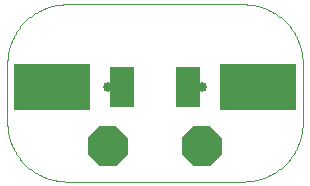
<source format=gts>
G04 EAGLE Gerber RS-274X export*
G75*
%MOMM*%
%FSLAX35Y35*%
%LPD*%
%INsolder_mask_top*%
%IPPOS*%
%AMOC8*
5,1,8,0,0,1.08239X$1,22.5*%
G01*
%ADD10C,0.000000*%
%ADD11R,6.500000X4.000000*%
%ADD12R,2.003200X3.403200*%
%ADD13P,3.629037X8X22.500000*%
%ADD14C,0.853200*%


D10*
X-750000Y700000D02*
X750000Y700000D01*
X762082Y699854D01*
X774157Y699416D01*
X786217Y698687D01*
X798257Y697666D01*
X810268Y696354D01*
X822245Y694753D01*
X834179Y692863D01*
X846063Y690685D01*
X857892Y688221D01*
X869658Y685471D01*
X881354Y682438D01*
X892973Y679123D01*
X904508Y675528D01*
X915954Y671656D01*
X927302Y667508D01*
X938547Y663087D01*
X949682Y658396D01*
X960701Y653437D01*
X971596Y648213D01*
X982362Y642728D01*
X992992Y636984D01*
X1003480Y630985D01*
X1013820Y624734D01*
X1024006Y618235D01*
X1034032Y611492D01*
X1043893Y604508D01*
X1053581Y597289D01*
X1063093Y589837D01*
X1072421Y582158D01*
X1081561Y574255D01*
X1090508Y566134D01*
X1099256Y557799D01*
X1107799Y549256D01*
X1116134Y540508D01*
X1124255Y531561D01*
X1132158Y522421D01*
X1139837Y513093D01*
X1147289Y503581D01*
X1154508Y493893D01*
X1161492Y484032D01*
X1168235Y474006D01*
X1174734Y463820D01*
X1180985Y453480D01*
X1186984Y442992D01*
X1192728Y432362D01*
X1198213Y421596D01*
X1203437Y410701D01*
X1208396Y399682D01*
X1213087Y388547D01*
X1217508Y377302D01*
X1221656Y365954D01*
X1225528Y354508D01*
X1229123Y342973D01*
X1232438Y331354D01*
X1235471Y319658D01*
X1238221Y307892D01*
X1240685Y296063D01*
X1242863Y284179D01*
X1244753Y272245D01*
X1246354Y260268D01*
X1247666Y248257D01*
X1248687Y236217D01*
X1249416Y224157D01*
X1249854Y212082D01*
X1250000Y200000D01*
X1250000Y-300000D01*
X1249854Y-312082D01*
X1249416Y-324157D01*
X1248687Y-336217D01*
X1247666Y-348257D01*
X1246354Y-360268D01*
X1244753Y-372245D01*
X1242863Y-384179D01*
X1240685Y-396063D01*
X1238221Y-407892D01*
X1235471Y-419658D01*
X1232438Y-431354D01*
X1229123Y-442973D01*
X1225528Y-454508D01*
X1221656Y-465954D01*
X1217508Y-477302D01*
X1213087Y-488547D01*
X1208396Y-499682D01*
X1203437Y-510701D01*
X1198213Y-521596D01*
X1192728Y-532362D01*
X1186984Y-542992D01*
X1180985Y-553480D01*
X1174734Y-563820D01*
X1168235Y-574006D01*
X1161492Y-584032D01*
X1154508Y-593893D01*
X1147289Y-603581D01*
X1139837Y-613093D01*
X1132158Y-622421D01*
X1124255Y-631561D01*
X1116134Y-640508D01*
X1107799Y-649256D01*
X1099256Y-657799D01*
X1090508Y-666134D01*
X1081561Y-674255D01*
X1072421Y-682158D01*
X1063093Y-689837D01*
X1053581Y-697289D01*
X1043893Y-704508D01*
X1034032Y-711492D01*
X1024006Y-718235D01*
X1013820Y-724734D01*
X1003480Y-730985D01*
X992992Y-736984D01*
X982362Y-742728D01*
X971596Y-748213D01*
X960701Y-753437D01*
X949682Y-758396D01*
X938547Y-763087D01*
X927302Y-767508D01*
X915954Y-771656D01*
X904508Y-775528D01*
X892973Y-779123D01*
X881354Y-782438D01*
X869658Y-785471D01*
X857892Y-788221D01*
X846063Y-790685D01*
X834179Y-792863D01*
X822245Y-794753D01*
X810268Y-796354D01*
X798257Y-797666D01*
X786217Y-798687D01*
X774157Y-799416D01*
X762082Y-799854D01*
X750000Y-800000D01*
X-750000Y-800000D01*
X-762082Y-799854D01*
X-774157Y-799416D01*
X-786217Y-798687D01*
X-798257Y-797666D01*
X-810268Y-796354D01*
X-822245Y-794753D01*
X-834179Y-792863D01*
X-846063Y-790685D01*
X-857892Y-788221D01*
X-869658Y-785471D01*
X-881354Y-782438D01*
X-892973Y-779123D01*
X-904508Y-775528D01*
X-915954Y-771656D01*
X-927302Y-767508D01*
X-938547Y-763087D01*
X-949682Y-758396D01*
X-960701Y-753437D01*
X-971596Y-748213D01*
X-982362Y-742728D01*
X-992992Y-736984D01*
X-1003480Y-730985D01*
X-1013820Y-724734D01*
X-1024006Y-718235D01*
X-1034032Y-711492D01*
X-1043893Y-704508D01*
X-1053581Y-697289D01*
X-1063093Y-689837D01*
X-1072421Y-682158D01*
X-1081561Y-674255D01*
X-1090508Y-666134D01*
X-1099256Y-657799D01*
X-1107799Y-649256D01*
X-1116134Y-640508D01*
X-1124255Y-631561D01*
X-1132158Y-622421D01*
X-1139837Y-613093D01*
X-1147289Y-603581D01*
X-1154508Y-593893D01*
X-1161492Y-584032D01*
X-1168235Y-574006D01*
X-1174734Y-563820D01*
X-1180985Y-553480D01*
X-1186984Y-542992D01*
X-1192728Y-532362D01*
X-1198213Y-521596D01*
X-1203437Y-510701D01*
X-1208396Y-499682D01*
X-1213087Y-488547D01*
X-1217508Y-477302D01*
X-1221656Y-465954D01*
X-1225528Y-454508D01*
X-1229123Y-442973D01*
X-1232438Y-431354D01*
X-1235471Y-419658D01*
X-1238221Y-407892D01*
X-1240685Y-396063D01*
X-1242863Y-384179D01*
X-1244753Y-372245D01*
X-1246354Y-360268D01*
X-1247666Y-348257D01*
X-1248687Y-336217D01*
X-1249416Y-324157D01*
X-1249854Y-312082D01*
X-1250000Y-300000D01*
X-1250000Y200000D01*
X-1249854Y212082D01*
X-1249416Y224157D01*
X-1248687Y236217D01*
X-1247666Y248257D01*
X-1246354Y260268D01*
X-1244753Y272245D01*
X-1242863Y284179D01*
X-1240685Y296063D01*
X-1238221Y307892D01*
X-1235471Y319658D01*
X-1232438Y331354D01*
X-1229123Y342973D01*
X-1225528Y354508D01*
X-1221656Y365954D01*
X-1217508Y377302D01*
X-1213087Y388547D01*
X-1208396Y399682D01*
X-1203437Y410701D01*
X-1198213Y421596D01*
X-1192728Y432362D01*
X-1186984Y442992D01*
X-1180985Y453480D01*
X-1174734Y463820D01*
X-1168235Y474006D01*
X-1161492Y484032D01*
X-1154508Y493893D01*
X-1147289Y503581D01*
X-1139837Y513093D01*
X-1132158Y522421D01*
X-1124255Y531561D01*
X-1116134Y540508D01*
X-1107799Y549256D01*
X-1099256Y557799D01*
X-1090508Y566134D01*
X-1081561Y574255D01*
X-1072421Y582158D01*
X-1063093Y589837D01*
X-1053581Y597289D01*
X-1043893Y604508D01*
X-1034032Y611492D01*
X-1024006Y618235D01*
X-1013820Y624734D01*
X-1003480Y630985D01*
X-992992Y636984D01*
X-982362Y642728D01*
X-971596Y648213D01*
X-960701Y653437D01*
X-949682Y658396D01*
X-938547Y663087D01*
X-927302Y667508D01*
X-915954Y671656D01*
X-904508Y675528D01*
X-892973Y679123D01*
X-881354Y682438D01*
X-869658Y685471D01*
X-857892Y688221D01*
X-846063Y690685D01*
X-834179Y692863D01*
X-822245Y694753D01*
X-810268Y696354D01*
X-798257Y697666D01*
X-786217Y698687D01*
X-774157Y699416D01*
X-762082Y699854D01*
X-750000Y700000D01*
D11*
X-875000Y0D03*
X875000Y0D03*
D12*
X-280000Y0D03*
X280000Y0D03*
D13*
X-400000Y-500000D03*
X400000Y-500000D03*
D14*
X-400000Y0D03*
X400000Y0D03*
M02*

</source>
